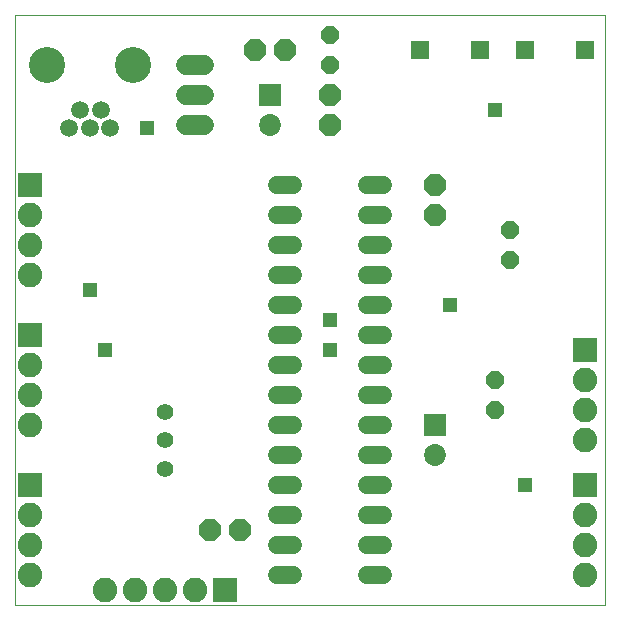
<source format=gbs>
G75*
G70*
%OFA0B0*%
%FSLAX24Y24*%
%IPPOS*%
%LPD*%
%AMOC8*
5,1,8,0,0,1.08239X$1,22.5*
%
%ADD10C,0.0000*%
%ADD11C,0.0595*%
%ADD12C,0.1202*%
%ADD13C,0.0680*%
%ADD14OC8,0.0710*%
%ADD15R,0.0730X0.0730*%
%ADD16C,0.0730*%
%ADD17R,0.0820X0.0820*%
%ADD18C,0.0820*%
%ADD19OC8,0.0600*%
%ADD20C,0.0600*%
%ADD21C,0.0556*%
%ADD22R,0.0595X0.0595*%
%ADD23R,0.0476X0.0476*%
D10*
X000816Y000756D02*
X000816Y020441D01*
X020501Y020441D01*
X020501Y000756D01*
X000816Y000756D01*
D11*
X002616Y016656D03*
X003316Y016656D03*
X003986Y016656D03*
X003676Y017276D03*
X002986Y017276D03*
D12*
X001879Y018756D03*
X004753Y018756D03*
D13*
X006516Y018756D02*
X007116Y018756D01*
X007116Y017756D02*
X006516Y017756D01*
X006516Y016756D02*
X007116Y016756D01*
D14*
X008816Y019256D03*
X009816Y019256D03*
X011316Y017756D03*
X011316Y016756D03*
X014816Y014756D03*
X014816Y013756D03*
X008316Y003256D03*
X007316Y003256D03*
D15*
X014816Y006756D03*
X009316Y017756D03*
D16*
X009316Y016756D03*
X014816Y005756D03*
D17*
X019816Y004756D03*
X019816Y009256D03*
X007816Y001256D03*
X001316Y004756D03*
X001316Y009756D03*
X001316Y014756D03*
D18*
X001316Y013756D03*
X001316Y012756D03*
X001316Y011756D03*
X001316Y008756D03*
X001316Y007756D03*
X001316Y006756D03*
X001316Y003756D03*
X001316Y002756D03*
X001316Y001756D03*
X003816Y001256D03*
X004816Y001256D03*
X005816Y001256D03*
X006816Y001256D03*
X019816Y001756D03*
X019816Y002756D03*
X019816Y003756D03*
X019816Y006256D03*
X019816Y007256D03*
X019816Y008256D03*
D19*
X016816Y008256D03*
X016816Y007256D03*
X017316Y012256D03*
X017316Y013256D03*
X011316Y018756D03*
X011316Y019756D03*
D20*
X010076Y014756D02*
X009556Y014756D01*
X009556Y013756D02*
X010076Y013756D01*
X010076Y012756D02*
X009556Y012756D01*
X009556Y011756D02*
X010076Y011756D01*
X010076Y010756D02*
X009556Y010756D01*
X009556Y009756D02*
X010076Y009756D01*
X010076Y008756D02*
X009556Y008756D01*
X009556Y007756D02*
X010076Y007756D01*
X010076Y006756D02*
X009556Y006756D01*
X009556Y005756D02*
X010076Y005756D01*
X010076Y004756D02*
X009556Y004756D01*
X009556Y003756D02*
X010076Y003756D01*
X010076Y002756D02*
X009556Y002756D01*
X009556Y001756D02*
X010076Y001756D01*
X012556Y001756D02*
X013076Y001756D01*
X013076Y002756D02*
X012556Y002756D01*
X012556Y003756D02*
X013076Y003756D01*
X013076Y004756D02*
X012556Y004756D01*
X012556Y005756D02*
X013076Y005756D01*
X013076Y006756D02*
X012556Y006756D01*
X012556Y007756D02*
X013076Y007756D01*
X013076Y008756D02*
X012556Y008756D01*
X012556Y009756D02*
X013076Y009756D01*
X013076Y010756D02*
X012556Y010756D01*
X012556Y011756D02*
X013076Y011756D01*
X013076Y012756D02*
X012556Y012756D01*
X012556Y013756D02*
X013076Y013756D01*
X013076Y014756D02*
X012556Y014756D01*
D21*
X005816Y007206D03*
X005816Y006267D03*
X005816Y005306D03*
D22*
X014316Y019256D03*
X016316Y019256D03*
X017816Y019256D03*
X019816Y019256D03*
D23*
X016816Y017256D03*
X015316Y010756D03*
X011316Y010256D03*
X011316Y009256D03*
X017816Y004756D03*
X005216Y016656D03*
X003316Y011256D03*
X003816Y009256D03*
M02*

</source>
